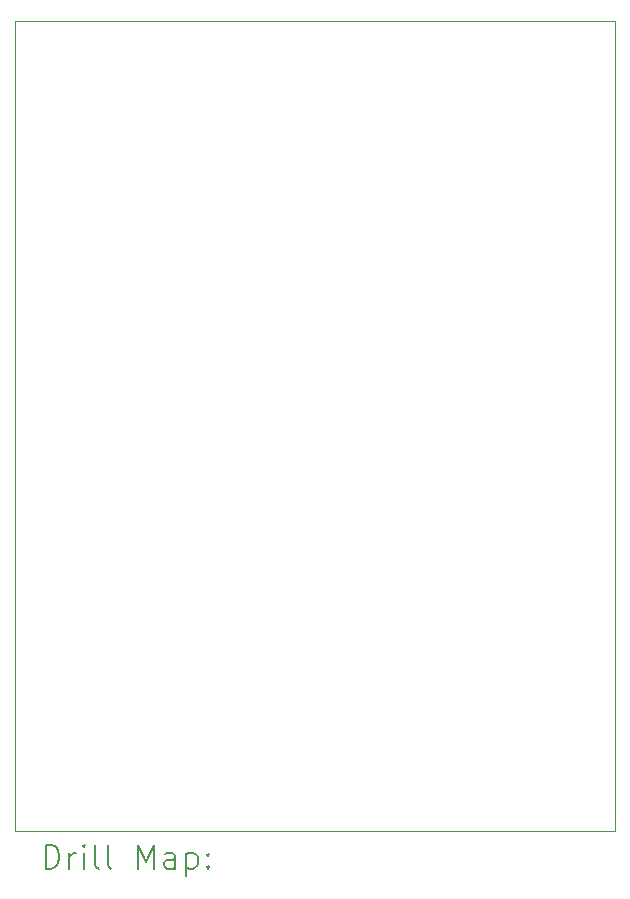
<source format=gbr>
%TF.GenerationSoftware,KiCad,Pcbnew,8.0.6*%
%TF.CreationDate,2025-02-13T00:08:48+01:00*%
%TF.ProjectId,board_v1,626f6172-645f-4763-912e-6b696361645f,rev?*%
%TF.SameCoordinates,Original*%
%TF.FileFunction,Drillmap*%
%TF.FilePolarity,Positive*%
%FSLAX45Y45*%
G04 Gerber Fmt 4.5, Leading zero omitted, Abs format (unit mm)*
G04 Created by KiCad (PCBNEW 8.0.6) date 2025-02-13 00:08:48*
%MOMM*%
%LPD*%
G01*
G04 APERTURE LIST*
%ADD10C,0.050000*%
%ADD11C,0.200000*%
G04 APERTURE END LIST*
D10*
X6604000Y-7239000D02*
X11684000Y-7239000D01*
X11684000Y-14097000D01*
X6604000Y-14097000D01*
X6604000Y-7239000D01*
D11*
X6862277Y-14410984D02*
X6862277Y-14210984D01*
X6862277Y-14210984D02*
X6909896Y-14210984D01*
X6909896Y-14210984D02*
X6938467Y-14220508D01*
X6938467Y-14220508D02*
X6957515Y-14239555D01*
X6957515Y-14239555D02*
X6967039Y-14258603D01*
X6967039Y-14258603D02*
X6976562Y-14296698D01*
X6976562Y-14296698D02*
X6976562Y-14325269D01*
X6976562Y-14325269D02*
X6967039Y-14363365D01*
X6967039Y-14363365D02*
X6957515Y-14382412D01*
X6957515Y-14382412D02*
X6938467Y-14401460D01*
X6938467Y-14401460D02*
X6909896Y-14410984D01*
X6909896Y-14410984D02*
X6862277Y-14410984D01*
X7062277Y-14410984D02*
X7062277Y-14277650D01*
X7062277Y-14315746D02*
X7071801Y-14296698D01*
X7071801Y-14296698D02*
X7081324Y-14287174D01*
X7081324Y-14287174D02*
X7100372Y-14277650D01*
X7100372Y-14277650D02*
X7119420Y-14277650D01*
X7186086Y-14410984D02*
X7186086Y-14277650D01*
X7186086Y-14210984D02*
X7176562Y-14220508D01*
X7176562Y-14220508D02*
X7186086Y-14230031D01*
X7186086Y-14230031D02*
X7195610Y-14220508D01*
X7195610Y-14220508D02*
X7186086Y-14210984D01*
X7186086Y-14210984D02*
X7186086Y-14230031D01*
X7309896Y-14410984D02*
X7290848Y-14401460D01*
X7290848Y-14401460D02*
X7281324Y-14382412D01*
X7281324Y-14382412D02*
X7281324Y-14210984D01*
X7414658Y-14410984D02*
X7395610Y-14401460D01*
X7395610Y-14401460D02*
X7386086Y-14382412D01*
X7386086Y-14382412D02*
X7386086Y-14210984D01*
X7643229Y-14410984D02*
X7643229Y-14210984D01*
X7643229Y-14210984D02*
X7709896Y-14353841D01*
X7709896Y-14353841D02*
X7776562Y-14210984D01*
X7776562Y-14210984D02*
X7776562Y-14410984D01*
X7957515Y-14410984D02*
X7957515Y-14306222D01*
X7957515Y-14306222D02*
X7947991Y-14287174D01*
X7947991Y-14287174D02*
X7928943Y-14277650D01*
X7928943Y-14277650D02*
X7890848Y-14277650D01*
X7890848Y-14277650D02*
X7871801Y-14287174D01*
X7957515Y-14401460D02*
X7938467Y-14410984D01*
X7938467Y-14410984D02*
X7890848Y-14410984D01*
X7890848Y-14410984D02*
X7871801Y-14401460D01*
X7871801Y-14401460D02*
X7862277Y-14382412D01*
X7862277Y-14382412D02*
X7862277Y-14363365D01*
X7862277Y-14363365D02*
X7871801Y-14344317D01*
X7871801Y-14344317D02*
X7890848Y-14334793D01*
X7890848Y-14334793D02*
X7938467Y-14334793D01*
X7938467Y-14334793D02*
X7957515Y-14325269D01*
X8052753Y-14277650D02*
X8052753Y-14477650D01*
X8052753Y-14287174D02*
X8071801Y-14277650D01*
X8071801Y-14277650D02*
X8109896Y-14277650D01*
X8109896Y-14277650D02*
X8128943Y-14287174D01*
X8128943Y-14287174D02*
X8138467Y-14296698D01*
X8138467Y-14296698D02*
X8147991Y-14315746D01*
X8147991Y-14315746D02*
X8147991Y-14372888D01*
X8147991Y-14372888D02*
X8138467Y-14391936D01*
X8138467Y-14391936D02*
X8128943Y-14401460D01*
X8128943Y-14401460D02*
X8109896Y-14410984D01*
X8109896Y-14410984D02*
X8071801Y-14410984D01*
X8071801Y-14410984D02*
X8052753Y-14401460D01*
X8233705Y-14391936D02*
X8243229Y-14401460D01*
X8243229Y-14401460D02*
X8233705Y-14410984D01*
X8233705Y-14410984D02*
X8224182Y-14401460D01*
X8224182Y-14401460D02*
X8233705Y-14391936D01*
X8233705Y-14391936D02*
X8233705Y-14410984D01*
X8233705Y-14287174D02*
X8243229Y-14296698D01*
X8243229Y-14296698D02*
X8233705Y-14306222D01*
X8233705Y-14306222D02*
X8224182Y-14296698D01*
X8224182Y-14296698D02*
X8233705Y-14287174D01*
X8233705Y-14287174D02*
X8233705Y-14306222D01*
M02*

</source>
